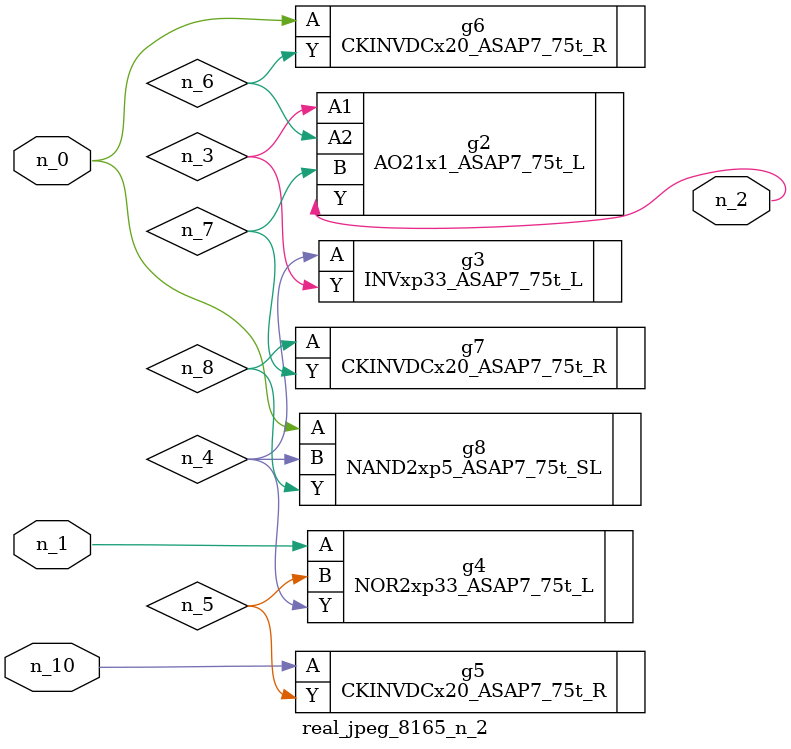
<source format=v>
module real_jpeg_8165_n_2 (n_1, n_10, n_0, n_2);

input n_1;
input n_10;
input n_0;

output n_2;

wire n_5;
wire n_4;
wire n_8;
wire n_6;
wire n_7;
wire n_3;

CKINVDCx20_ASAP7_75t_R g6 ( 
.A(n_0),
.Y(n_6)
);

NAND2xp5_ASAP7_75t_SL g8 ( 
.A(n_0),
.B(n_4),
.Y(n_8)
);

NOR2xp33_ASAP7_75t_L g4 ( 
.A(n_1),
.B(n_5),
.Y(n_4)
);

AO21x1_ASAP7_75t_L g2 ( 
.A1(n_3),
.A2(n_6),
.B(n_7),
.Y(n_2)
);

INVxp33_ASAP7_75t_L g3 ( 
.A(n_4),
.Y(n_3)
);

CKINVDCx20_ASAP7_75t_R g7 ( 
.A(n_8),
.Y(n_7)
);

CKINVDCx20_ASAP7_75t_R g5 ( 
.A(n_10),
.Y(n_5)
);


endmodule
</source>
